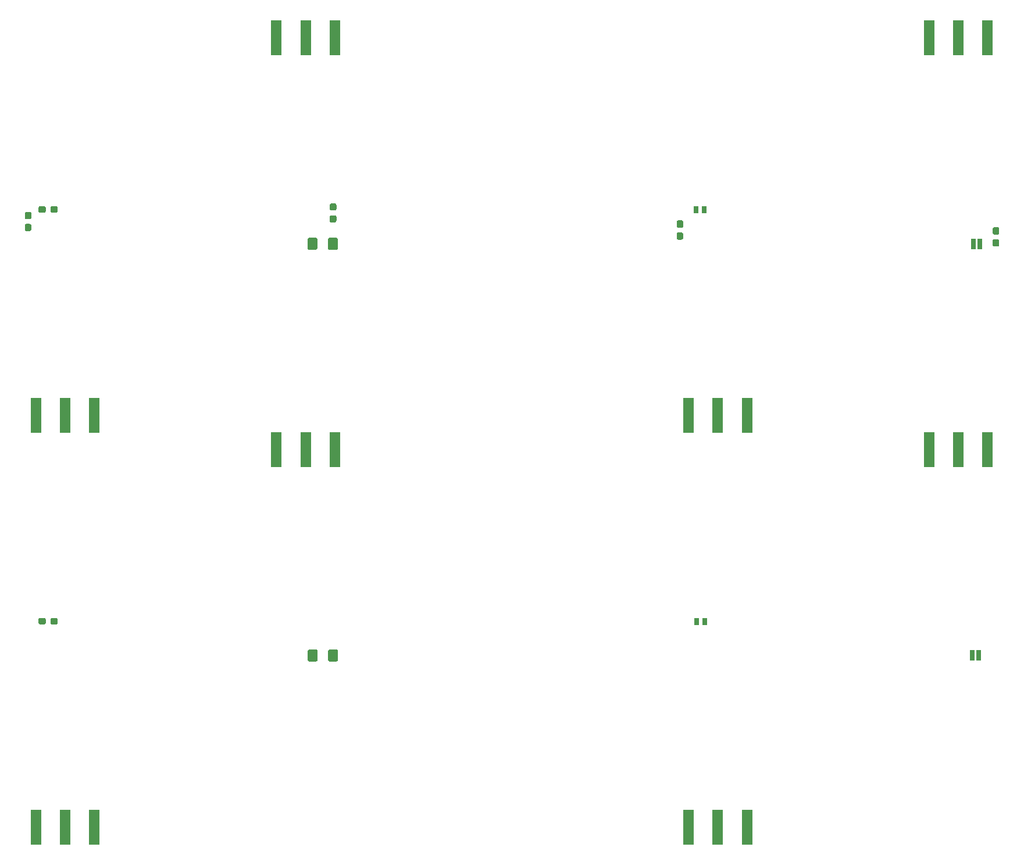
<source format=gbr>
G04 #@! TF.GenerationSoftware,KiCad,Pcbnew,(5.1.5)-3*
G04 #@! TF.CreationDate,2020-03-10T14:16:06+00:00*
G04 #@! TF.ProjectId,led_board,6c65645f-626f-4617-9264-2e6b69636164,rev?*
G04 #@! TF.SameCoordinates,Original*
G04 #@! TF.FileFunction,Paste,Top*
G04 #@! TF.FilePolarity,Positive*
%FSLAX46Y46*%
G04 Gerber Fmt 4.6, Leading zero omitted, Abs format (unit mm)*
G04 Created by KiCad (PCBNEW (5.1.5)-3) date 2020-03-10 14:16:06*
%MOMM*%
%LPD*%
G04 APERTURE LIST*
%ADD10C,0.100000*%
%ADD11R,1.500000X5.080000*%
%ADD12R,0.650000X1.600000*%
%ADD13R,0.650000X1.060000*%
G04 APERTURE END LIST*
D10*
G36*
X52330779Y-57106144D02*
G01*
X52353834Y-57109563D01*
X52376443Y-57115227D01*
X52398387Y-57123079D01*
X52419457Y-57133044D01*
X52439448Y-57145026D01*
X52458168Y-57158910D01*
X52475438Y-57174562D01*
X52491090Y-57191832D01*
X52504974Y-57210552D01*
X52516956Y-57230543D01*
X52526921Y-57251613D01*
X52534773Y-57273557D01*
X52540437Y-57296166D01*
X52543856Y-57319221D01*
X52545000Y-57342500D01*
X52545000Y-57917500D01*
X52543856Y-57940779D01*
X52540437Y-57963834D01*
X52534773Y-57986443D01*
X52526921Y-58008387D01*
X52516956Y-58029457D01*
X52504974Y-58049448D01*
X52491090Y-58068168D01*
X52475438Y-58085438D01*
X52458168Y-58101090D01*
X52439448Y-58114974D01*
X52419457Y-58126956D01*
X52398387Y-58136921D01*
X52376443Y-58144773D01*
X52353834Y-58150437D01*
X52330779Y-58153856D01*
X52307500Y-58155000D01*
X51832500Y-58155000D01*
X51809221Y-58153856D01*
X51786166Y-58150437D01*
X51763557Y-58144773D01*
X51741613Y-58136921D01*
X51720543Y-58126956D01*
X51700552Y-58114974D01*
X51681832Y-58101090D01*
X51664562Y-58085438D01*
X51648910Y-58068168D01*
X51635026Y-58049448D01*
X51623044Y-58029457D01*
X51613079Y-58008387D01*
X51605227Y-57986443D01*
X51599563Y-57963834D01*
X51596144Y-57940779D01*
X51595000Y-57917500D01*
X51595000Y-57342500D01*
X51596144Y-57319221D01*
X51599563Y-57296166D01*
X51605227Y-57273557D01*
X51613079Y-57251613D01*
X51623044Y-57230543D01*
X51635026Y-57210552D01*
X51648910Y-57191832D01*
X51664562Y-57174562D01*
X51681832Y-57158910D01*
X51700552Y-57145026D01*
X51720543Y-57133044D01*
X51741613Y-57123079D01*
X51763557Y-57115227D01*
X51786166Y-57109563D01*
X51809221Y-57106144D01*
X51832500Y-57105000D01*
X52307500Y-57105000D01*
X52330779Y-57106144D01*
G37*
G36*
X52330779Y-55356144D02*
G01*
X52353834Y-55359563D01*
X52376443Y-55365227D01*
X52398387Y-55373079D01*
X52419457Y-55383044D01*
X52439448Y-55395026D01*
X52458168Y-55408910D01*
X52475438Y-55424562D01*
X52491090Y-55441832D01*
X52504974Y-55460552D01*
X52516956Y-55480543D01*
X52526921Y-55501613D01*
X52534773Y-55523557D01*
X52540437Y-55546166D01*
X52543856Y-55569221D01*
X52545000Y-55592500D01*
X52545000Y-56167500D01*
X52543856Y-56190779D01*
X52540437Y-56213834D01*
X52534773Y-56236443D01*
X52526921Y-56258387D01*
X52516956Y-56279457D01*
X52504974Y-56299448D01*
X52491090Y-56318168D01*
X52475438Y-56335438D01*
X52458168Y-56351090D01*
X52439448Y-56364974D01*
X52419457Y-56376956D01*
X52398387Y-56386921D01*
X52376443Y-56394773D01*
X52353834Y-56400437D01*
X52330779Y-56403856D01*
X52307500Y-56405000D01*
X51832500Y-56405000D01*
X51809221Y-56403856D01*
X51786166Y-56400437D01*
X51763557Y-56394773D01*
X51741613Y-56386921D01*
X51720543Y-56376956D01*
X51700552Y-56364974D01*
X51681832Y-56351090D01*
X51664562Y-56335438D01*
X51648910Y-56318168D01*
X51635026Y-56299448D01*
X51623044Y-56279457D01*
X51613079Y-56258387D01*
X51605227Y-56236443D01*
X51599563Y-56213834D01*
X51596144Y-56190779D01*
X51595000Y-56167500D01*
X51595000Y-55592500D01*
X51596144Y-55569221D01*
X51599563Y-55546166D01*
X51605227Y-55523557D01*
X51613079Y-55501613D01*
X51623044Y-55480543D01*
X51635026Y-55460552D01*
X51648910Y-55441832D01*
X51664562Y-55424562D01*
X51681832Y-55408910D01*
X51700552Y-55395026D01*
X51720543Y-55383044D01*
X51741613Y-55373079D01*
X51763557Y-55365227D01*
X51786166Y-55359563D01*
X51809221Y-55356144D01*
X51832500Y-55355000D01*
X52307500Y-55355000D01*
X52330779Y-55356144D01*
G37*
D11*
X187500000Y-90000000D03*
X183250000Y-90000000D03*
X191750000Y-90000000D03*
X152500000Y-145000000D03*
X156750000Y-145000000D03*
X148250000Y-145000000D03*
X92500000Y-90000000D03*
X88250000Y-90000000D03*
X96750000Y-90000000D03*
X57500000Y-145000000D03*
X61750000Y-145000000D03*
X53250000Y-145000000D03*
X187500000Y-30000000D03*
X183250000Y-30000000D03*
X191750000Y-30000000D03*
X152500000Y-85000000D03*
X156750000Y-85000000D03*
X148250000Y-85000000D03*
X92500000Y-30000000D03*
X88250000Y-30000000D03*
X96750000Y-30000000D03*
X57500000Y-85000000D03*
X61750000Y-85000000D03*
X53250000Y-85000000D03*
D12*
X190500000Y-120000000D03*
X189550000Y-120000000D03*
D13*
X149425000Y-115100000D03*
X150575000Y-115100000D03*
D10*
G36*
X93999504Y-119126204D02*
G01*
X94023773Y-119129804D01*
X94047571Y-119135765D01*
X94070671Y-119144030D01*
X94092849Y-119154520D01*
X94113893Y-119167133D01*
X94133598Y-119181747D01*
X94151777Y-119198223D01*
X94168253Y-119216402D01*
X94182867Y-119236107D01*
X94195480Y-119257151D01*
X94205970Y-119279329D01*
X94214235Y-119302429D01*
X94220196Y-119326227D01*
X94223796Y-119350496D01*
X94225000Y-119375000D01*
X94225000Y-120625000D01*
X94223796Y-120649504D01*
X94220196Y-120673773D01*
X94214235Y-120697571D01*
X94205970Y-120720671D01*
X94195480Y-120742849D01*
X94182867Y-120763893D01*
X94168253Y-120783598D01*
X94151777Y-120801777D01*
X94133598Y-120818253D01*
X94113893Y-120832867D01*
X94092849Y-120845480D01*
X94070671Y-120855970D01*
X94047571Y-120864235D01*
X94023773Y-120870196D01*
X93999504Y-120873796D01*
X93975000Y-120875000D01*
X93050000Y-120875000D01*
X93025496Y-120873796D01*
X93001227Y-120870196D01*
X92977429Y-120864235D01*
X92954329Y-120855970D01*
X92932151Y-120845480D01*
X92911107Y-120832867D01*
X92891402Y-120818253D01*
X92873223Y-120801777D01*
X92856747Y-120783598D01*
X92842133Y-120763893D01*
X92829520Y-120742849D01*
X92819030Y-120720671D01*
X92810765Y-120697571D01*
X92804804Y-120673773D01*
X92801204Y-120649504D01*
X92800000Y-120625000D01*
X92800000Y-119375000D01*
X92801204Y-119350496D01*
X92804804Y-119326227D01*
X92810765Y-119302429D01*
X92819030Y-119279329D01*
X92829520Y-119257151D01*
X92842133Y-119236107D01*
X92856747Y-119216402D01*
X92873223Y-119198223D01*
X92891402Y-119181747D01*
X92911107Y-119167133D01*
X92932151Y-119154520D01*
X92954329Y-119144030D01*
X92977429Y-119135765D01*
X93001227Y-119129804D01*
X93025496Y-119126204D01*
X93050000Y-119125000D01*
X93975000Y-119125000D01*
X93999504Y-119126204D01*
G37*
G36*
X96974504Y-119126204D02*
G01*
X96998773Y-119129804D01*
X97022571Y-119135765D01*
X97045671Y-119144030D01*
X97067849Y-119154520D01*
X97088893Y-119167133D01*
X97108598Y-119181747D01*
X97126777Y-119198223D01*
X97143253Y-119216402D01*
X97157867Y-119236107D01*
X97170480Y-119257151D01*
X97180970Y-119279329D01*
X97189235Y-119302429D01*
X97195196Y-119326227D01*
X97198796Y-119350496D01*
X97200000Y-119375000D01*
X97200000Y-120625000D01*
X97198796Y-120649504D01*
X97195196Y-120673773D01*
X97189235Y-120697571D01*
X97180970Y-120720671D01*
X97170480Y-120742849D01*
X97157867Y-120763893D01*
X97143253Y-120783598D01*
X97126777Y-120801777D01*
X97108598Y-120818253D01*
X97088893Y-120832867D01*
X97067849Y-120845480D01*
X97045671Y-120855970D01*
X97022571Y-120864235D01*
X96998773Y-120870196D01*
X96974504Y-120873796D01*
X96950000Y-120875000D01*
X96025000Y-120875000D01*
X96000496Y-120873796D01*
X95976227Y-120870196D01*
X95952429Y-120864235D01*
X95929329Y-120855970D01*
X95907151Y-120845480D01*
X95886107Y-120832867D01*
X95866402Y-120818253D01*
X95848223Y-120801777D01*
X95831747Y-120783598D01*
X95817133Y-120763893D01*
X95804520Y-120742849D01*
X95794030Y-120720671D01*
X95785765Y-120697571D01*
X95779804Y-120673773D01*
X95776204Y-120649504D01*
X95775000Y-120625000D01*
X95775000Y-119375000D01*
X95776204Y-119350496D01*
X95779804Y-119326227D01*
X95785765Y-119302429D01*
X95794030Y-119279329D01*
X95804520Y-119257151D01*
X95817133Y-119236107D01*
X95831747Y-119216402D01*
X95848223Y-119198223D01*
X95866402Y-119181747D01*
X95886107Y-119167133D01*
X95907151Y-119154520D01*
X95929329Y-119144030D01*
X95952429Y-119135765D01*
X95976227Y-119129804D01*
X96000496Y-119126204D01*
X96025000Y-119125000D01*
X96950000Y-119125000D01*
X96974504Y-119126204D01*
G37*
G36*
X56185779Y-114526144D02*
G01*
X56208834Y-114529563D01*
X56231443Y-114535227D01*
X56253387Y-114543079D01*
X56274457Y-114553044D01*
X56294448Y-114565026D01*
X56313168Y-114578910D01*
X56330438Y-114594562D01*
X56346090Y-114611832D01*
X56359974Y-114630552D01*
X56371956Y-114650543D01*
X56381921Y-114671613D01*
X56389773Y-114693557D01*
X56395437Y-114716166D01*
X56398856Y-114739221D01*
X56400000Y-114762500D01*
X56400000Y-115237500D01*
X56398856Y-115260779D01*
X56395437Y-115283834D01*
X56389773Y-115306443D01*
X56381921Y-115328387D01*
X56371956Y-115349457D01*
X56359974Y-115369448D01*
X56346090Y-115388168D01*
X56330438Y-115405438D01*
X56313168Y-115421090D01*
X56294448Y-115434974D01*
X56274457Y-115446956D01*
X56253387Y-115456921D01*
X56231443Y-115464773D01*
X56208834Y-115470437D01*
X56185779Y-115473856D01*
X56162500Y-115475000D01*
X55587500Y-115475000D01*
X55564221Y-115473856D01*
X55541166Y-115470437D01*
X55518557Y-115464773D01*
X55496613Y-115456921D01*
X55475543Y-115446956D01*
X55455552Y-115434974D01*
X55436832Y-115421090D01*
X55419562Y-115405438D01*
X55403910Y-115388168D01*
X55390026Y-115369448D01*
X55378044Y-115349457D01*
X55368079Y-115328387D01*
X55360227Y-115306443D01*
X55354563Y-115283834D01*
X55351144Y-115260779D01*
X55350000Y-115237500D01*
X55350000Y-114762500D01*
X55351144Y-114739221D01*
X55354563Y-114716166D01*
X55360227Y-114693557D01*
X55368079Y-114671613D01*
X55378044Y-114650543D01*
X55390026Y-114630552D01*
X55403910Y-114611832D01*
X55419562Y-114594562D01*
X55436832Y-114578910D01*
X55455552Y-114565026D01*
X55475543Y-114553044D01*
X55496613Y-114543079D01*
X55518557Y-114535227D01*
X55541166Y-114529563D01*
X55564221Y-114526144D01*
X55587500Y-114525000D01*
X56162500Y-114525000D01*
X56185779Y-114526144D01*
G37*
G36*
X54435779Y-114526144D02*
G01*
X54458834Y-114529563D01*
X54481443Y-114535227D01*
X54503387Y-114543079D01*
X54524457Y-114553044D01*
X54544448Y-114565026D01*
X54563168Y-114578910D01*
X54580438Y-114594562D01*
X54596090Y-114611832D01*
X54609974Y-114630552D01*
X54621956Y-114650543D01*
X54631921Y-114671613D01*
X54639773Y-114693557D01*
X54645437Y-114716166D01*
X54648856Y-114739221D01*
X54650000Y-114762500D01*
X54650000Y-115237500D01*
X54648856Y-115260779D01*
X54645437Y-115283834D01*
X54639773Y-115306443D01*
X54631921Y-115328387D01*
X54621956Y-115349457D01*
X54609974Y-115369448D01*
X54596090Y-115388168D01*
X54580438Y-115405438D01*
X54563168Y-115421090D01*
X54544448Y-115434974D01*
X54524457Y-115446956D01*
X54503387Y-115456921D01*
X54481443Y-115464773D01*
X54458834Y-115470437D01*
X54435779Y-115473856D01*
X54412500Y-115475000D01*
X53837500Y-115475000D01*
X53814221Y-115473856D01*
X53791166Y-115470437D01*
X53768557Y-115464773D01*
X53746613Y-115456921D01*
X53725543Y-115446956D01*
X53705552Y-115434974D01*
X53686832Y-115421090D01*
X53669562Y-115405438D01*
X53653910Y-115388168D01*
X53640026Y-115369448D01*
X53628044Y-115349457D01*
X53618079Y-115328387D01*
X53610227Y-115306443D01*
X53604563Y-115283834D01*
X53601144Y-115260779D01*
X53600000Y-115237500D01*
X53600000Y-114762500D01*
X53601144Y-114739221D01*
X53604563Y-114716166D01*
X53610227Y-114693557D01*
X53618079Y-114671613D01*
X53628044Y-114650543D01*
X53640026Y-114630552D01*
X53653910Y-114611832D01*
X53669562Y-114594562D01*
X53686832Y-114578910D01*
X53705552Y-114565026D01*
X53725543Y-114553044D01*
X53746613Y-114543079D01*
X53768557Y-114535227D01*
X53791166Y-114529563D01*
X53814221Y-114526144D01*
X53837500Y-114525000D01*
X54412500Y-114525000D01*
X54435779Y-114526144D01*
G37*
G36*
X54435779Y-54526144D02*
G01*
X54458834Y-54529563D01*
X54481443Y-54535227D01*
X54503387Y-54543079D01*
X54524457Y-54553044D01*
X54544448Y-54565026D01*
X54563168Y-54578910D01*
X54580438Y-54594562D01*
X54596090Y-54611832D01*
X54609974Y-54630552D01*
X54621956Y-54650543D01*
X54631921Y-54671613D01*
X54639773Y-54693557D01*
X54645437Y-54716166D01*
X54648856Y-54739221D01*
X54650000Y-54762500D01*
X54650000Y-55237500D01*
X54648856Y-55260779D01*
X54645437Y-55283834D01*
X54639773Y-55306443D01*
X54631921Y-55328387D01*
X54621956Y-55349457D01*
X54609974Y-55369448D01*
X54596090Y-55388168D01*
X54580438Y-55405438D01*
X54563168Y-55421090D01*
X54544448Y-55434974D01*
X54524457Y-55446956D01*
X54503387Y-55456921D01*
X54481443Y-55464773D01*
X54458834Y-55470437D01*
X54435779Y-55473856D01*
X54412500Y-55475000D01*
X53837500Y-55475000D01*
X53814221Y-55473856D01*
X53791166Y-55470437D01*
X53768557Y-55464773D01*
X53746613Y-55456921D01*
X53725543Y-55446956D01*
X53705552Y-55434974D01*
X53686832Y-55421090D01*
X53669562Y-55405438D01*
X53653910Y-55388168D01*
X53640026Y-55369448D01*
X53628044Y-55349457D01*
X53618079Y-55328387D01*
X53610227Y-55306443D01*
X53604563Y-55283834D01*
X53601144Y-55260779D01*
X53600000Y-55237500D01*
X53600000Y-54762500D01*
X53601144Y-54739221D01*
X53604563Y-54716166D01*
X53610227Y-54693557D01*
X53618079Y-54671613D01*
X53628044Y-54650543D01*
X53640026Y-54630552D01*
X53653910Y-54611832D01*
X53669562Y-54594562D01*
X53686832Y-54578910D01*
X53705552Y-54565026D01*
X53725543Y-54553044D01*
X53746613Y-54543079D01*
X53768557Y-54535227D01*
X53791166Y-54529563D01*
X53814221Y-54526144D01*
X53837500Y-54525000D01*
X54412500Y-54525000D01*
X54435779Y-54526144D01*
G37*
G36*
X56185779Y-54526144D02*
G01*
X56208834Y-54529563D01*
X56231443Y-54535227D01*
X56253387Y-54543079D01*
X56274457Y-54553044D01*
X56294448Y-54565026D01*
X56313168Y-54578910D01*
X56330438Y-54594562D01*
X56346090Y-54611832D01*
X56359974Y-54630552D01*
X56371956Y-54650543D01*
X56381921Y-54671613D01*
X56389773Y-54693557D01*
X56395437Y-54716166D01*
X56398856Y-54739221D01*
X56400000Y-54762500D01*
X56400000Y-55237500D01*
X56398856Y-55260779D01*
X56395437Y-55283834D01*
X56389773Y-55306443D01*
X56381921Y-55328387D01*
X56371956Y-55349457D01*
X56359974Y-55369448D01*
X56346090Y-55388168D01*
X56330438Y-55405438D01*
X56313168Y-55421090D01*
X56294448Y-55434974D01*
X56274457Y-55446956D01*
X56253387Y-55456921D01*
X56231443Y-55464773D01*
X56208834Y-55470437D01*
X56185779Y-55473856D01*
X56162500Y-55475000D01*
X55587500Y-55475000D01*
X55564221Y-55473856D01*
X55541166Y-55470437D01*
X55518557Y-55464773D01*
X55496613Y-55456921D01*
X55475543Y-55446956D01*
X55455552Y-55434974D01*
X55436832Y-55421090D01*
X55419562Y-55405438D01*
X55403910Y-55388168D01*
X55390026Y-55369448D01*
X55378044Y-55349457D01*
X55368079Y-55328387D01*
X55360227Y-55306443D01*
X55354563Y-55283834D01*
X55351144Y-55260779D01*
X55350000Y-55237500D01*
X55350000Y-54762500D01*
X55351144Y-54739221D01*
X55354563Y-54716166D01*
X55360227Y-54693557D01*
X55368079Y-54671613D01*
X55378044Y-54650543D01*
X55390026Y-54630552D01*
X55403910Y-54611832D01*
X55419562Y-54594562D01*
X55436832Y-54578910D01*
X55455552Y-54565026D01*
X55475543Y-54553044D01*
X55496613Y-54543079D01*
X55518557Y-54535227D01*
X55541166Y-54529563D01*
X55564221Y-54526144D01*
X55587500Y-54525000D01*
X56162500Y-54525000D01*
X56185779Y-54526144D01*
G37*
G36*
X96760779Y-55851144D02*
G01*
X96783834Y-55854563D01*
X96806443Y-55860227D01*
X96828387Y-55868079D01*
X96849457Y-55878044D01*
X96869448Y-55890026D01*
X96888168Y-55903910D01*
X96905438Y-55919562D01*
X96921090Y-55936832D01*
X96934974Y-55955552D01*
X96946956Y-55975543D01*
X96956921Y-55996613D01*
X96964773Y-56018557D01*
X96970437Y-56041166D01*
X96973856Y-56064221D01*
X96975000Y-56087500D01*
X96975000Y-56662500D01*
X96973856Y-56685779D01*
X96970437Y-56708834D01*
X96964773Y-56731443D01*
X96956921Y-56753387D01*
X96946956Y-56774457D01*
X96934974Y-56794448D01*
X96921090Y-56813168D01*
X96905438Y-56830438D01*
X96888168Y-56846090D01*
X96869448Y-56859974D01*
X96849457Y-56871956D01*
X96828387Y-56881921D01*
X96806443Y-56889773D01*
X96783834Y-56895437D01*
X96760779Y-56898856D01*
X96737500Y-56900000D01*
X96262500Y-56900000D01*
X96239221Y-56898856D01*
X96216166Y-56895437D01*
X96193557Y-56889773D01*
X96171613Y-56881921D01*
X96150543Y-56871956D01*
X96130552Y-56859974D01*
X96111832Y-56846090D01*
X96094562Y-56830438D01*
X96078910Y-56813168D01*
X96065026Y-56794448D01*
X96053044Y-56774457D01*
X96043079Y-56753387D01*
X96035227Y-56731443D01*
X96029563Y-56708834D01*
X96026144Y-56685779D01*
X96025000Y-56662500D01*
X96025000Y-56087500D01*
X96026144Y-56064221D01*
X96029563Y-56041166D01*
X96035227Y-56018557D01*
X96043079Y-55996613D01*
X96053044Y-55975543D01*
X96065026Y-55955552D01*
X96078910Y-55936832D01*
X96094562Y-55919562D01*
X96111832Y-55903910D01*
X96130552Y-55890026D01*
X96150543Y-55878044D01*
X96171613Y-55868079D01*
X96193557Y-55860227D01*
X96216166Y-55854563D01*
X96239221Y-55851144D01*
X96262500Y-55850000D01*
X96737500Y-55850000D01*
X96760779Y-55851144D01*
G37*
G36*
X96760779Y-54101144D02*
G01*
X96783834Y-54104563D01*
X96806443Y-54110227D01*
X96828387Y-54118079D01*
X96849457Y-54128044D01*
X96869448Y-54140026D01*
X96888168Y-54153910D01*
X96905438Y-54169562D01*
X96921090Y-54186832D01*
X96934974Y-54205552D01*
X96946956Y-54225543D01*
X96956921Y-54246613D01*
X96964773Y-54268557D01*
X96970437Y-54291166D01*
X96973856Y-54314221D01*
X96975000Y-54337500D01*
X96975000Y-54912500D01*
X96973856Y-54935779D01*
X96970437Y-54958834D01*
X96964773Y-54981443D01*
X96956921Y-55003387D01*
X96946956Y-55024457D01*
X96934974Y-55044448D01*
X96921090Y-55063168D01*
X96905438Y-55080438D01*
X96888168Y-55096090D01*
X96869448Y-55109974D01*
X96849457Y-55121956D01*
X96828387Y-55131921D01*
X96806443Y-55139773D01*
X96783834Y-55145437D01*
X96760779Y-55148856D01*
X96737500Y-55150000D01*
X96262500Y-55150000D01*
X96239221Y-55148856D01*
X96216166Y-55145437D01*
X96193557Y-55139773D01*
X96171613Y-55131921D01*
X96150543Y-55121956D01*
X96130552Y-55109974D01*
X96111832Y-55096090D01*
X96094562Y-55080438D01*
X96078910Y-55063168D01*
X96065026Y-55044448D01*
X96053044Y-55024457D01*
X96043079Y-55003387D01*
X96035227Y-54981443D01*
X96029563Y-54958834D01*
X96026144Y-54935779D01*
X96025000Y-54912500D01*
X96025000Y-54337500D01*
X96026144Y-54314221D01*
X96029563Y-54291166D01*
X96035227Y-54268557D01*
X96043079Y-54246613D01*
X96053044Y-54225543D01*
X96065026Y-54205552D01*
X96078910Y-54186832D01*
X96094562Y-54169562D01*
X96111832Y-54153910D01*
X96130552Y-54140026D01*
X96150543Y-54128044D01*
X96171613Y-54118079D01*
X96193557Y-54110227D01*
X96216166Y-54104563D01*
X96239221Y-54101144D01*
X96262500Y-54100000D01*
X96737500Y-54100000D01*
X96760779Y-54101144D01*
G37*
G36*
X193260779Y-59351144D02*
G01*
X193283834Y-59354563D01*
X193306443Y-59360227D01*
X193328387Y-59368079D01*
X193349457Y-59378044D01*
X193369448Y-59390026D01*
X193388168Y-59403910D01*
X193405438Y-59419562D01*
X193421090Y-59436832D01*
X193434974Y-59455552D01*
X193446956Y-59475543D01*
X193456921Y-59496613D01*
X193464773Y-59518557D01*
X193470437Y-59541166D01*
X193473856Y-59564221D01*
X193475000Y-59587500D01*
X193475000Y-60162500D01*
X193473856Y-60185779D01*
X193470437Y-60208834D01*
X193464773Y-60231443D01*
X193456921Y-60253387D01*
X193446956Y-60274457D01*
X193434974Y-60294448D01*
X193421090Y-60313168D01*
X193405438Y-60330438D01*
X193388168Y-60346090D01*
X193369448Y-60359974D01*
X193349457Y-60371956D01*
X193328387Y-60381921D01*
X193306443Y-60389773D01*
X193283834Y-60395437D01*
X193260779Y-60398856D01*
X193237500Y-60400000D01*
X192762500Y-60400000D01*
X192739221Y-60398856D01*
X192716166Y-60395437D01*
X192693557Y-60389773D01*
X192671613Y-60381921D01*
X192650543Y-60371956D01*
X192630552Y-60359974D01*
X192611832Y-60346090D01*
X192594562Y-60330438D01*
X192578910Y-60313168D01*
X192565026Y-60294448D01*
X192553044Y-60274457D01*
X192543079Y-60253387D01*
X192535227Y-60231443D01*
X192529563Y-60208834D01*
X192526144Y-60185779D01*
X192525000Y-60162500D01*
X192525000Y-59587500D01*
X192526144Y-59564221D01*
X192529563Y-59541166D01*
X192535227Y-59518557D01*
X192543079Y-59496613D01*
X192553044Y-59475543D01*
X192565026Y-59455552D01*
X192578910Y-59436832D01*
X192594562Y-59419562D01*
X192611832Y-59403910D01*
X192630552Y-59390026D01*
X192650543Y-59378044D01*
X192671613Y-59368079D01*
X192693557Y-59360227D01*
X192716166Y-59354563D01*
X192739221Y-59351144D01*
X192762500Y-59350000D01*
X193237500Y-59350000D01*
X193260779Y-59351144D01*
G37*
G36*
X193260779Y-57601144D02*
G01*
X193283834Y-57604563D01*
X193306443Y-57610227D01*
X193328387Y-57618079D01*
X193349457Y-57628044D01*
X193369448Y-57640026D01*
X193388168Y-57653910D01*
X193405438Y-57669562D01*
X193421090Y-57686832D01*
X193434974Y-57705552D01*
X193446956Y-57725543D01*
X193456921Y-57746613D01*
X193464773Y-57768557D01*
X193470437Y-57791166D01*
X193473856Y-57814221D01*
X193475000Y-57837500D01*
X193475000Y-58412500D01*
X193473856Y-58435779D01*
X193470437Y-58458834D01*
X193464773Y-58481443D01*
X193456921Y-58503387D01*
X193446956Y-58524457D01*
X193434974Y-58544448D01*
X193421090Y-58563168D01*
X193405438Y-58580438D01*
X193388168Y-58596090D01*
X193369448Y-58609974D01*
X193349457Y-58621956D01*
X193328387Y-58631921D01*
X193306443Y-58639773D01*
X193283834Y-58645437D01*
X193260779Y-58648856D01*
X193237500Y-58650000D01*
X192762500Y-58650000D01*
X192739221Y-58648856D01*
X192716166Y-58645437D01*
X192693557Y-58639773D01*
X192671613Y-58631921D01*
X192650543Y-58621956D01*
X192630552Y-58609974D01*
X192611832Y-58596090D01*
X192594562Y-58580438D01*
X192578910Y-58563168D01*
X192565026Y-58544448D01*
X192553044Y-58524457D01*
X192543079Y-58503387D01*
X192535227Y-58481443D01*
X192529563Y-58458834D01*
X192526144Y-58435779D01*
X192525000Y-58412500D01*
X192525000Y-57837500D01*
X192526144Y-57814221D01*
X192529563Y-57791166D01*
X192535227Y-57768557D01*
X192543079Y-57746613D01*
X192553044Y-57725543D01*
X192565026Y-57705552D01*
X192578910Y-57686832D01*
X192594562Y-57669562D01*
X192611832Y-57653910D01*
X192630552Y-57640026D01*
X192650543Y-57628044D01*
X192671613Y-57618079D01*
X192693557Y-57610227D01*
X192716166Y-57604563D01*
X192739221Y-57601144D01*
X192762500Y-57600000D01*
X193237500Y-57600000D01*
X193260779Y-57601144D01*
G37*
G36*
X147260779Y-56601144D02*
G01*
X147283834Y-56604563D01*
X147306443Y-56610227D01*
X147328387Y-56618079D01*
X147349457Y-56628044D01*
X147369448Y-56640026D01*
X147388168Y-56653910D01*
X147405438Y-56669562D01*
X147421090Y-56686832D01*
X147434974Y-56705552D01*
X147446956Y-56725543D01*
X147456921Y-56746613D01*
X147464773Y-56768557D01*
X147470437Y-56791166D01*
X147473856Y-56814221D01*
X147475000Y-56837500D01*
X147475000Y-57412500D01*
X147473856Y-57435779D01*
X147470437Y-57458834D01*
X147464773Y-57481443D01*
X147456921Y-57503387D01*
X147446956Y-57524457D01*
X147434974Y-57544448D01*
X147421090Y-57563168D01*
X147405438Y-57580438D01*
X147388168Y-57596090D01*
X147369448Y-57609974D01*
X147349457Y-57621956D01*
X147328387Y-57631921D01*
X147306443Y-57639773D01*
X147283834Y-57645437D01*
X147260779Y-57648856D01*
X147237500Y-57650000D01*
X146762500Y-57650000D01*
X146739221Y-57648856D01*
X146716166Y-57645437D01*
X146693557Y-57639773D01*
X146671613Y-57631921D01*
X146650543Y-57621956D01*
X146630552Y-57609974D01*
X146611832Y-57596090D01*
X146594562Y-57580438D01*
X146578910Y-57563168D01*
X146565026Y-57544448D01*
X146553044Y-57524457D01*
X146543079Y-57503387D01*
X146535227Y-57481443D01*
X146529563Y-57458834D01*
X146526144Y-57435779D01*
X146525000Y-57412500D01*
X146525000Y-56837500D01*
X146526144Y-56814221D01*
X146529563Y-56791166D01*
X146535227Y-56768557D01*
X146543079Y-56746613D01*
X146553044Y-56725543D01*
X146565026Y-56705552D01*
X146578910Y-56686832D01*
X146594562Y-56669562D01*
X146611832Y-56653910D01*
X146630552Y-56640026D01*
X146650543Y-56628044D01*
X146671613Y-56618079D01*
X146693557Y-56610227D01*
X146716166Y-56604563D01*
X146739221Y-56601144D01*
X146762500Y-56600000D01*
X147237500Y-56600000D01*
X147260779Y-56601144D01*
G37*
G36*
X147260779Y-58351144D02*
G01*
X147283834Y-58354563D01*
X147306443Y-58360227D01*
X147328387Y-58368079D01*
X147349457Y-58378044D01*
X147369448Y-58390026D01*
X147388168Y-58403910D01*
X147405438Y-58419562D01*
X147421090Y-58436832D01*
X147434974Y-58455552D01*
X147446956Y-58475543D01*
X147456921Y-58496613D01*
X147464773Y-58518557D01*
X147470437Y-58541166D01*
X147473856Y-58564221D01*
X147475000Y-58587500D01*
X147475000Y-59162500D01*
X147473856Y-59185779D01*
X147470437Y-59208834D01*
X147464773Y-59231443D01*
X147456921Y-59253387D01*
X147446956Y-59274457D01*
X147434974Y-59294448D01*
X147421090Y-59313168D01*
X147405438Y-59330438D01*
X147388168Y-59346090D01*
X147369448Y-59359974D01*
X147349457Y-59371956D01*
X147328387Y-59381921D01*
X147306443Y-59389773D01*
X147283834Y-59395437D01*
X147260779Y-59398856D01*
X147237500Y-59400000D01*
X146762500Y-59400000D01*
X146739221Y-59398856D01*
X146716166Y-59395437D01*
X146693557Y-59389773D01*
X146671613Y-59381921D01*
X146650543Y-59371956D01*
X146630552Y-59359974D01*
X146611832Y-59346090D01*
X146594562Y-59330438D01*
X146578910Y-59313168D01*
X146565026Y-59294448D01*
X146553044Y-59274457D01*
X146543079Y-59253387D01*
X146535227Y-59231443D01*
X146529563Y-59208834D01*
X146526144Y-59185779D01*
X146525000Y-59162500D01*
X146525000Y-58587500D01*
X146526144Y-58564221D01*
X146529563Y-58541166D01*
X146535227Y-58518557D01*
X146543079Y-58496613D01*
X146553044Y-58475543D01*
X146565026Y-58455552D01*
X146578910Y-58436832D01*
X146594562Y-58419562D01*
X146611832Y-58403910D01*
X146630552Y-58390026D01*
X146650543Y-58378044D01*
X146671613Y-58368079D01*
X146693557Y-58360227D01*
X146716166Y-58354563D01*
X146739221Y-58351144D01*
X146762500Y-58350000D01*
X147237500Y-58350000D01*
X147260779Y-58351144D01*
G37*
D12*
X189700000Y-60000000D03*
X190650000Y-60000000D03*
D13*
X150500000Y-55000000D03*
X149350000Y-55000000D03*
D10*
G36*
X93975504Y-59126204D02*
G01*
X93999773Y-59129804D01*
X94023571Y-59135765D01*
X94046671Y-59144030D01*
X94068849Y-59154520D01*
X94089893Y-59167133D01*
X94109598Y-59181747D01*
X94127777Y-59198223D01*
X94144253Y-59216402D01*
X94158867Y-59236107D01*
X94171480Y-59257151D01*
X94181970Y-59279329D01*
X94190235Y-59302429D01*
X94196196Y-59326227D01*
X94199796Y-59350496D01*
X94201000Y-59375000D01*
X94201000Y-60625000D01*
X94199796Y-60649504D01*
X94196196Y-60673773D01*
X94190235Y-60697571D01*
X94181970Y-60720671D01*
X94171480Y-60742849D01*
X94158867Y-60763893D01*
X94144253Y-60783598D01*
X94127777Y-60801777D01*
X94109598Y-60818253D01*
X94089893Y-60832867D01*
X94068849Y-60845480D01*
X94046671Y-60855970D01*
X94023571Y-60864235D01*
X93999773Y-60870196D01*
X93975504Y-60873796D01*
X93951000Y-60875000D01*
X93026000Y-60875000D01*
X93001496Y-60873796D01*
X92977227Y-60870196D01*
X92953429Y-60864235D01*
X92930329Y-60855970D01*
X92908151Y-60845480D01*
X92887107Y-60832867D01*
X92867402Y-60818253D01*
X92849223Y-60801777D01*
X92832747Y-60783598D01*
X92818133Y-60763893D01*
X92805520Y-60742849D01*
X92795030Y-60720671D01*
X92786765Y-60697571D01*
X92780804Y-60673773D01*
X92777204Y-60649504D01*
X92776000Y-60625000D01*
X92776000Y-59375000D01*
X92777204Y-59350496D01*
X92780804Y-59326227D01*
X92786765Y-59302429D01*
X92795030Y-59279329D01*
X92805520Y-59257151D01*
X92818133Y-59236107D01*
X92832747Y-59216402D01*
X92849223Y-59198223D01*
X92867402Y-59181747D01*
X92887107Y-59167133D01*
X92908151Y-59154520D01*
X92930329Y-59144030D01*
X92953429Y-59135765D01*
X92977227Y-59129804D01*
X93001496Y-59126204D01*
X93026000Y-59125000D01*
X93951000Y-59125000D01*
X93975504Y-59126204D01*
G37*
G36*
X96950504Y-59126204D02*
G01*
X96974773Y-59129804D01*
X96998571Y-59135765D01*
X97021671Y-59144030D01*
X97043849Y-59154520D01*
X97064893Y-59167133D01*
X97084598Y-59181747D01*
X97102777Y-59198223D01*
X97119253Y-59216402D01*
X97133867Y-59236107D01*
X97146480Y-59257151D01*
X97156970Y-59279329D01*
X97165235Y-59302429D01*
X97171196Y-59326227D01*
X97174796Y-59350496D01*
X97176000Y-59375000D01*
X97176000Y-60625000D01*
X97174796Y-60649504D01*
X97171196Y-60673773D01*
X97165235Y-60697571D01*
X97156970Y-60720671D01*
X97146480Y-60742849D01*
X97133867Y-60763893D01*
X97119253Y-60783598D01*
X97102777Y-60801777D01*
X97084598Y-60818253D01*
X97064893Y-60832867D01*
X97043849Y-60845480D01*
X97021671Y-60855970D01*
X96998571Y-60864235D01*
X96974773Y-60870196D01*
X96950504Y-60873796D01*
X96926000Y-60875000D01*
X96001000Y-60875000D01*
X95976496Y-60873796D01*
X95952227Y-60870196D01*
X95928429Y-60864235D01*
X95905329Y-60855970D01*
X95883151Y-60845480D01*
X95862107Y-60832867D01*
X95842402Y-60818253D01*
X95824223Y-60801777D01*
X95807747Y-60783598D01*
X95793133Y-60763893D01*
X95780520Y-60742849D01*
X95770030Y-60720671D01*
X95761765Y-60697571D01*
X95755804Y-60673773D01*
X95752204Y-60649504D01*
X95751000Y-60625000D01*
X95751000Y-59375000D01*
X95752204Y-59350496D01*
X95755804Y-59326227D01*
X95761765Y-59302429D01*
X95770030Y-59279329D01*
X95780520Y-59257151D01*
X95793133Y-59236107D01*
X95807747Y-59216402D01*
X95824223Y-59198223D01*
X95842402Y-59181747D01*
X95862107Y-59167133D01*
X95883151Y-59154520D01*
X95905329Y-59144030D01*
X95928429Y-59135765D01*
X95952227Y-59129804D01*
X95976496Y-59126204D01*
X96001000Y-59125000D01*
X96926000Y-59125000D01*
X96950504Y-59126204D01*
G37*
M02*

</source>
